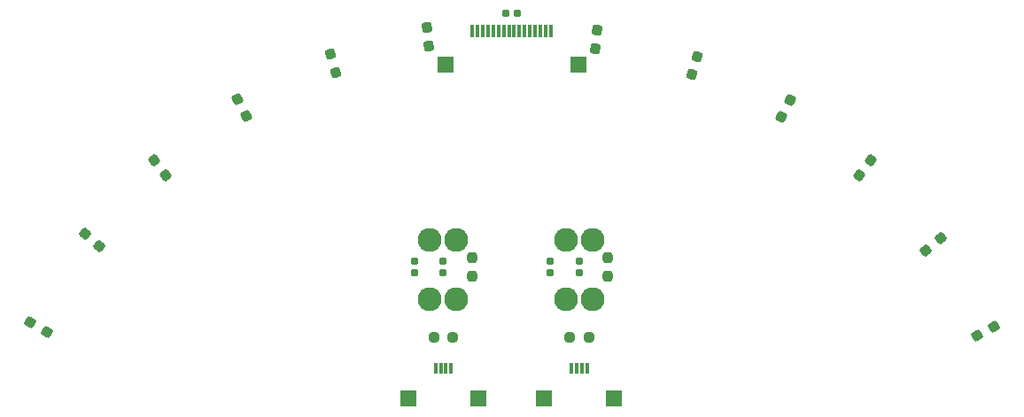
<source format=gbr>
%TF.GenerationSoftware,KiCad,Pcbnew,(6.0.4)*%
%TF.CreationDate,2022-08-25T18:27:48+09:00*%
%TF.ProjectId,total,746f7461-6c2e-46b6-9963-61645f706362,rev?*%
%TF.SameCoordinates,Original*%
%TF.FileFunction,Soldermask,Top*%
%TF.FilePolarity,Negative*%
%FSLAX46Y46*%
G04 Gerber Fmt 4.6, Leading zero omitted, Abs format (unit mm)*
G04 Created by KiCad (PCBNEW (6.0.4)) date 2022-08-25 18:27:48*
%MOMM*%
%LPD*%
G01*
G04 APERTURE LIST*
G04 Aperture macros list*
%AMRoundRect*
0 Rectangle with rounded corners*
0 $1 Rounding radius*
0 $2 $3 $4 $5 $6 $7 $8 $9 X,Y pos of 4 corners*
0 Add a 4 corners polygon primitive as box body*
4,1,4,$2,$3,$4,$5,$6,$7,$8,$9,$2,$3,0*
0 Add four circle primitives for the rounded corners*
1,1,$1+$1,$2,$3*
1,1,$1+$1,$4,$5*
1,1,$1+$1,$6,$7*
1,1,$1+$1,$8,$9*
0 Add four rect primitives between the rounded corners*
20,1,$1+$1,$2,$3,$4,$5,0*
20,1,$1+$1,$4,$5,$6,$7,0*
20,1,$1+$1,$6,$7,$8,$9,0*
20,1,$1+$1,$8,$9,$2,$3,0*%
G04 Aperture macros list end*
%ADD10RoundRect,0.155000X0.155000X-0.212500X0.155000X0.212500X-0.155000X0.212500X-0.155000X-0.212500X0*%
%ADD11R,0.300000X1.000000*%
%ADD12R,1.600000X1.600000*%
%ADD13RoundRect,0.237500X-0.237500X0.250000X-0.237500X-0.250000X0.237500X-0.250000X0.237500X0.250000X0*%
%ADD14C,2.286000*%
%ADD15RoundRect,0.237500X0.250000X0.237500X-0.250000X0.237500X-0.250000X-0.237500X0.250000X-0.237500X0*%
%ADD16RoundRect,0.237500X-0.035858X-0.342958X0.344345X-0.018234X0.035858X0.342958X-0.344345X0.018234X0*%
%ADD17RoundRect,0.237500X0.030241X-0.343499X0.341498X0.047805X-0.030241X0.343499X-0.341498X-0.047805X0*%
%ADD18RoundRect,0.237500X0.156716X-0.307159X0.298724X0.172251X-0.156716X0.307159X-0.298724X-0.172251X0*%
%ADD19RoundRect,0.237500X0.212445X-0.271612X0.260368X0.226086X-0.212445X0.271612X-0.260368X-0.226086X0*%
%ADD20R,0.300000X1.300000*%
%ADD21RoundRect,0.155000X-0.212500X-0.155000X0.212500X-0.155000X0.212500X0.155000X-0.212500X0.155000X0*%
%ADD22RoundRect,0.237500X0.298724X-0.172251X0.156716X0.307159X-0.298724X0.172251X-0.156716X-0.307159X0*%
%ADD23RoundRect,0.237500X0.344345X0.018234X-0.035858X0.342958X-0.344345X-0.018234X0.035858X-0.342958X0*%
%ADD24RoundRect,0.237500X-0.100638X-0.329815X0.334540X-0.083604X0.100638X0.329815X-0.334540X0.083604X0*%
%ADD25RoundRect,0.237500X0.341498X-0.047805X0.030241X0.343499X-0.341498X0.047805X-0.030241X-0.343499X0*%
%ADD26RoundRect,0.237500X0.334540X0.083604X-0.100638X0.329815X-0.334540X-0.083604X0.100638X-0.329815X0*%
%ADD27RoundRect,0.237500X0.326102X-0.112087X0.095228X0.331418X-0.326102X0.112087X-0.095228X-0.331418X0*%
%ADD28RoundRect,0.237500X0.095228X-0.331418X0.326102X0.112087X-0.095228X0.331418X-0.326102X-0.112087X0*%
%ADD29RoundRect,0.237500X0.260368X-0.226086X0.212445X0.271612X-0.260368X0.226086X-0.212445X-0.271612X0*%
G04 APERTURE END LIST*
D10*
%TO.C,C4*%
X154465475Y-78393530D03*
X154465475Y-77258530D03*
%TD*%
D11*
%TO.C,J2*%
X153727975Y-87551030D03*
X154227975Y-87551030D03*
X154702975Y-87551030D03*
X155202975Y-87551030D03*
D12*
X157815475Y-90426030D03*
X151115475Y-90426030D03*
%TD*%
D10*
%TO.C,C3*%
X151715475Y-78393530D03*
X151715475Y-77258530D03*
%TD*%
D13*
%TO.C,R6*%
X157215475Y-76913530D03*
X157215475Y-78738530D03*
%TD*%
D14*
%TO.C,U2*%
X153195475Y-75201030D03*
X155735475Y-75201030D03*
X155735475Y-80951030D03*
X153195475Y-80951030D03*
%TD*%
D15*
%TO.C,R3*%
X155377975Y-84576030D03*
X153552975Y-84576030D03*
%TD*%
D13*
%TO.C,R2*%
X144215475Y-76913530D03*
X144215475Y-78738530D03*
%TD*%
D10*
%TO.C,C1*%
X138715475Y-78393530D03*
X138715475Y-77258530D03*
%TD*%
D15*
%TO.C,R1*%
X142377975Y-84576030D03*
X140552975Y-84576030D03*
%TD*%
D10*
%TO.C,C2*%
X141465475Y-78393530D03*
X141465475Y-77258530D03*
%TD*%
D11*
%TO.C,J1*%
X140727975Y-87551030D03*
X141227975Y-87551030D03*
X141702975Y-87551030D03*
X142202975Y-87551030D03*
D12*
X144815475Y-90426030D03*
X138115475Y-90426030D03*
%TD*%
D14*
%TO.C,U1*%
X140195475Y-75201030D03*
X142735475Y-75201030D03*
X142735475Y-80951030D03*
X140195475Y-80951030D03*
%TD*%
D16*
%TO.C,R5*%
X187606130Y-76268631D03*
X188993870Y-75083389D03*
%TD*%
D17*
%TO.C,R8*%
X181231955Y-69090140D03*
X182368045Y-67661880D03*
%TD*%
D18*
%TO.C,R12*%
X165240836Y-59450933D03*
X165759164Y-57701087D03*
%TD*%
D19*
%TO.C,R14*%
X156012541Y-56984309D03*
X156187459Y-55167711D03*
%TD*%
D20*
%TO.C,J1*%
X144250000Y-55226010D03*
X144750000Y-55226010D03*
X145250000Y-55226010D03*
X145750000Y-55226010D03*
X146250000Y-55226010D03*
X146750000Y-55226010D03*
X147250000Y-55226010D03*
X147750000Y-55226010D03*
X148250000Y-55226010D03*
X148750000Y-55226010D03*
X149250000Y-55226010D03*
X149750000Y-55226010D03*
X150250000Y-55226010D03*
X150750000Y-55226010D03*
X151250000Y-55226010D03*
X151750000Y-55226010D03*
D12*
X141650000Y-58476010D03*
X154350000Y-58476010D03*
%TD*%
D21*
%TO.C,C1*%
X147432500Y-53576010D03*
X148567500Y-53576010D03*
%TD*%
D22*
%TO.C,R11*%
X131159164Y-59200933D03*
X130640836Y-57451087D03*
%TD*%
D23*
%TO.C,R4*%
X108593870Y-75868631D03*
X107206130Y-74683389D03*
%TD*%
D24*
%TO.C,R2*%
X192505800Y-84425346D03*
X194094200Y-83526674D03*
%TD*%
D25*
%TO.C,R7*%
X114968045Y-69040140D03*
X113831955Y-67611880D03*
%TD*%
D26*
%TO.C,R1*%
X103594200Y-84025346D03*
X102005800Y-83126674D03*
%TD*%
D27*
%TO.C,R9*%
X122621346Y-63385407D03*
X121778654Y-61766613D03*
%TD*%
D28*
%TO.C,R10*%
X173778654Y-63485407D03*
X174621346Y-61866613D03*
%TD*%
D29*
%TO.C,R13*%
X140087459Y-56734309D03*
X139912541Y-54917711D03*
%TD*%
M02*

</source>
